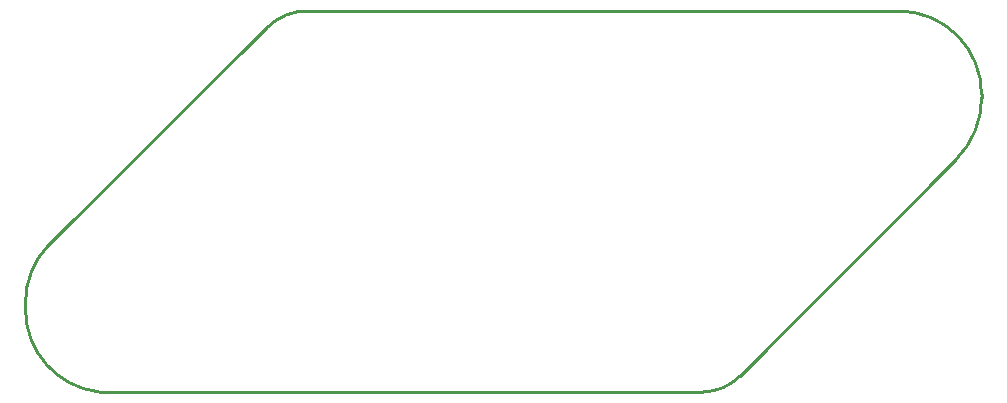
<source format=gm1>
G04 #@! TF.GenerationSoftware,KiCad,Pcbnew,(5.1.8-0-10_14)*
G04 #@! TF.CreationDate,2021-05-21T15:45:23-04:00*
G04 #@! TF.ProjectId,TwinFamicom_Expansion,5477696e-4661-46d6-9963-6f6d5f457870,rev?*
G04 #@! TF.SameCoordinates,Original*
G04 #@! TF.FileFunction,Profile,NP*
%FSLAX46Y46*%
G04 Gerber Fmt 4.6, Leading zero omitted, Abs format (unit mm)*
G04 Created by KiCad (PCBNEW (5.1.8-0-10_14)) date 2021-05-21 15:45:23*
%MOMM*%
%LPD*%
G01*
G04 APERTURE LIST*
G04 #@! TA.AperFunction,Profile*
%ADD10C,0.250000*%
G04 #@! TD*
G04 APERTURE END LIST*
D10*
X174203401Y-112061912D02*
X123058916Y-112062623D01*
X137326168Y-81199788D02*
X118780743Y-99651820D01*
X137324272Y-81201685D02*
G75*
G02*
X140741400Y-79811880I3353628J-3349835D01*
G01*
X190759121Y-79811454D02*
X140741400Y-79811880D01*
X197795409Y-86880593D02*
X197794921Y-87180072D01*
X190755054Y-79811455D02*
G75*
G02*
X197795409Y-86880593I4067J-7036363D01*
G01*
X197794921Y-87180626D02*
G75*
G02*
X195645102Y-92369640I-7338603J554D01*
G01*
X177320096Y-110738739D02*
X195645102Y-92369640D01*
X177318642Y-110740213D02*
G75*
G02*
X174203401Y-112061912I-3160961J3118221D01*
G01*
X116845080Y-104480360D02*
X116845080Y-105078420D01*
X116845080Y-104481618D02*
G75*
G02*
X118780743Y-99651820I6990263J1258D01*
G01*
X123058916Y-112062623D02*
G75*
G02*
X116845080Y-105078420I819424J6985363D01*
G01*
M02*

</source>
